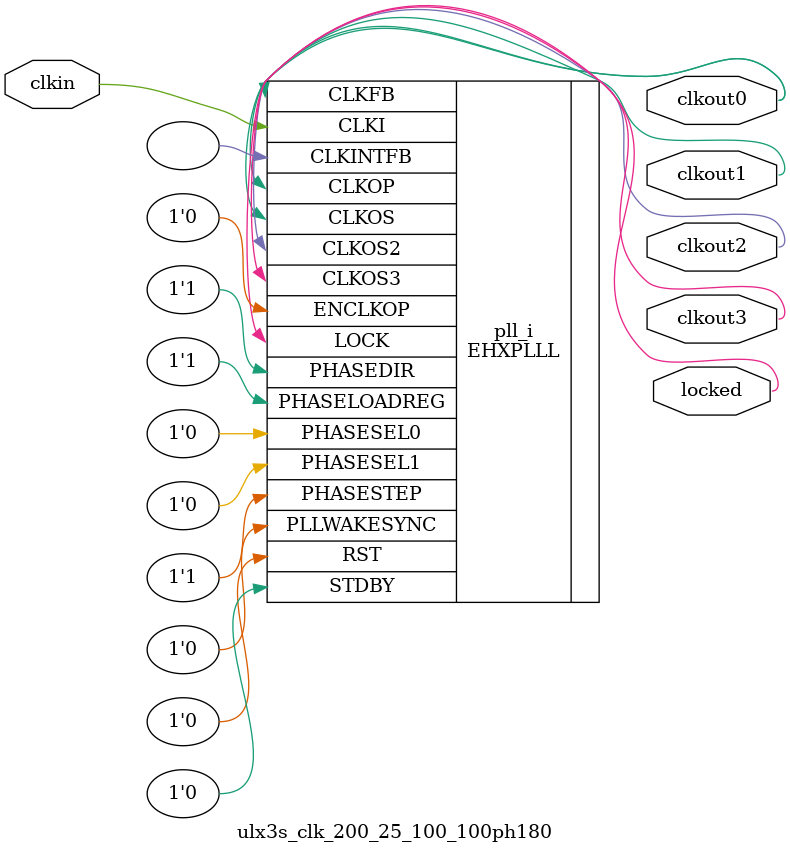
<source format=v>
module ulx3s_clk_200_25_100_100ph180
(
    input clkin, // 25 MHz, 0 deg
    output clkout0, // 200 MHz, 0 deg
    output clkout1, // 25 MHz, 0 deg
    output clkout2, // 100 MHz, 0 deg
    output clkout3, // 100 MHz, 180 deg
    output locked
);
(* FREQUENCY_PIN_CLKI="25" *)
(* FREQUENCY_PIN_CLKOP="200" *)
(* FREQUENCY_PIN_CLKOS="25" *)
(* FREQUENCY_PIN_CLKOS2="100" *)
(* FREQUENCY_PIN_CLKOS3="100" *)
(* ICP_CURRENT="12" *) (* LPF_RESISTOR="8" *) (* MFG_ENABLE_FILTEROPAMP="1" *) (* MFG_GMCREF_SEL="2" *)
EHXPLLL #(
        .PLLRST_ENA("DISABLED"),
        .INTFB_WAKE("DISABLED"),
        .STDBY_ENABLE("DISABLED"),
        .DPHASE_SOURCE("DISABLED"),
        .OUTDIVIDER_MUXA("DIVA"),
        .OUTDIVIDER_MUXB("DIVB"),
        .OUTDIVIDER_MUXC("DIVC"),
        .OUTDIVIDER_MUXD("DIVD"),
        .CLKI_DIV(1),
        .CLKOP_ENABLE("ENABLED"),
        .CLKOP_DIV(3),
        .CLKOP_CPHASE(1),
        .CLKOP_FPHASE(0),
        .CLKOS_ENABLE("ENABLED"),
        .CLKOS_DIV(24),
        .CLKOS_CPHASE(1),
        .CLKOS_FPHASE(0),
        .CLKOS2_ENABLE("ENABLED"),
        .CLKOS2_DIV(6),
        .CLKOS2_CPHASE(1),
        .CLKOS2_FPHASE(0),
        .CLKOS3_ENABLE("ENABLED"),
        .CLKOS3_DIV(6),
        .CLKOS3_CPHASE(4),
        .CLKOS3_FPHASE(0),
        .FEEDBK_PATH("CLKOP"),
        .CLKFB_DIV(8)
    ) pll_i (
        .RST(1'b0),
        .STDBY(1'b0),
        .CLKI(clkin),
        .CLKOP(clkout0),
        .CLKOS(clkout1),
        .CLKOS2(clkout2),
        .CLKOS3(clkout3),
        .CLKFB(clkout0),
        .CLKINTFB(),
        .PHASESEL0(1'b0),
        .PHASESEL1(1'b0),
        .PHASEDIR(1'b1),
        .PHASESTEP(1'b1),
        .PHASELOADREG(1'b1),
        .PLLWAKESYNC(1'b0),
        .ENCLKOP(1'b0),
        .LOCK(locked)
	);
endmodule

</source>
